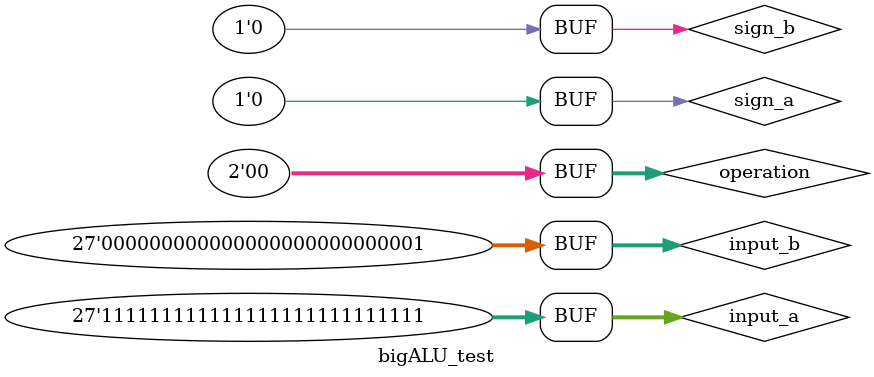
<source format=v>
`timescale 1ps/1ps

/* teste do módulo bigALU */
module bigALU_test #(parameter N = 64) ();
    reg [26:0] input_a;
    reg sign_a;
    reg [26:0] input_b; 
    reg sign_b;
    reg [1:0] operation;
    wire [26:0] result;
    wire carry;

    /* instanciação da unit under test */
    bigALU uut(
        .input_a(input_a),
        .sign_a(sign_a),
        .input_b(input_b),
        .sign_b(sign_b),
        .operation(operation),
        .result(result),
        .carry(carry)
    );

    /* início do testbench */
    initial begin
        input_a = 27'd5;
        sign_a = 1'b0;
        input_b = 27'd11;
        sign_b = 1'b0;
        operation = 2'b00;
        $monitor("\ncarry = %B\n result = %B\n", carry, result);
        #100;

        input_a = 27'b111111111111111111111111111;
        sign_a = 1'b0;
        input_b = 27'b00000000000000000000000001;
        sign_b = 1'b0;
        operation = 2'b00;
        $monitor("\ncarry = %B\n result = %B\n", carry, result);
        #100;
        
    end
endmodule

</source>
